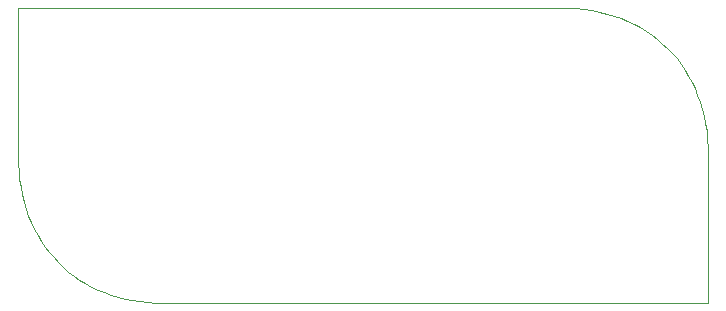
<source format=gbr>
G04 #@! TF.FileFunction,Profile,NP*
%FSLAX46Y46*%
G04 Gerber Fmt 4.6, Leading zero omitted, Abs format (unit mm)*
G04 Created by KiCad (PCBNEW 4.0.5-e0-6337~49~ubuntu14.04.1) date Mon May  1 15:59:53 2017*
%MOMM*%
%LPD*%
G01*
G04 APERTURE LIST*
%ADD10C,0.100000*%
G04 APERTURE END LIST*
D10*
X181489043Y-78198261D02*
X182071640Y-78404927D01*
X142675088Y-102492439D02*
X142009549Y-102449022D01*
X142009549Y-102449022D02*
X141358598Y-102377210D01*
X143354733Y-102507001D02*
X142675088Y-102492439D01*
X131031833Y-77507009D02*
X176930920Y-77507009D01*
X182071640Y-78404927D02*
X182635746Y-78637179D01*
X185606854Y-80542038D02*
X186028918Y-80940409D01*
X186428889Y-81360660D02*
X186806318Y-81802324D01*
X134051961Y-98643540D02*
X133678710Y-98200042D01*
X183180909Y-78894552D02*
X183706683Y-79176585D01*
X186028918Y-80940409D02*
X186428889Y-81360660D01*
X189341498Y-87941247D02*
X189413310Y-88603693D01*
X131260966Y-92675519D02*
X131161452Y-92024052D01*
X188339570Y-84315606D02*
X188572293Y-84876006D01*
X133678710Y-98200042D02*
X133327894Y-97735377D01*
X187160753Y-82264937D02*
X187491749Y-82748034D01*
X188081604Y-83773832D02*
X188339570Y-84315606D01*
X140102438Y-102150213D02*
X139498206Y-101995934D01*
X131387817Y-93310339D02*
X131260966Y-92675519D01*
X180888403Y-78017648D02*
X181489043Y-78198261D01*
X139498206Y-101995934D02*
X138910526Y-101815066D01*
X135759504Y-100196852D02*
X135301418Y-99842530D01*
X133327894Y-97735377D02*
X133000000Y-97250000D01*
X180270176Y-77863549D02*
X180888403Y-78017648D01*
X188779320Y-85454576D02*
X188960205Y-86050849D01*
X176930920Y-77507009D02*
X177630351Y-77521572D01*
X137251706Y-101117463D02*
X136735138Y-100834770D01*
X134863804Y-99465236D02*
X134447154Y-99065423D01*
X178982746Y-77636749D02*
X179634806Y-77736430D01*
X188960205Y-86050849D02*
X189114498Y-86664361D01*
X177630351Y-77521572D02*
X178314444Y-77564975D01*
X138910526Y-101815066D02*
X138339890Y-101608064D01*
X188572293Y-84876006D02*
X188779320Y-85454576D01*
X131089765Y-91356390D02*
X131046390Y-90672983D01*
X186806318Y-81802324D02*
X187160753Y-82264937D01*
X141358598Y-102377210D02*
X140722732Y-102277456D01*
X132695524Y-96744362D02*
X132414953Y-96218912D01*
X178314444Y-77564975D02*
X178982746Y-77636749D01*
X185163150Y-80166002D02*
X185606854Y-80542038D01*
X184698251Y-79812776D02*
X185163150Y-80166002D01*
X189456727Y-89281523D02*
X189471289Y-89974274D01*
X137786785Y-101375380D02*
X137251706Y-101117463D01*
X131161452Y-92024052D02*
X131089765Y-91356390D01*
X138339890Y-101608064D02*
X137786785Y-101375380D01*
X187798849Y-83251154D02*
X188081604Y-83773832D01*
X184212614Y-79482813D02*
X184698251Y-79812776D01*
X131927482Y-95110394D02*
X131721564Y-94528226D01*
X131541515Y-93928058D02*
X131387817Y-93310339D01*
X135301418Y-99842530D02*
X134863804Y-99465236D01*
X136237574Y-100527749D02*
X135759504Y-100196852D01*
X131721564Y-94528226D02*
X131541515Y-93928058D01*
X140722732Y-102277456D02*
X140102438Y-102150213D01*
X182635746Y-78637179D02*
X183180909Y-78894552D01*
X187491749Y-82748034D02*
X187798849Y-83251154D01*
X189114498Y-86664361D02*
X189241744Y-87294648D01*
X189241744Y-87294648D02*
X189341498Y-87941247D01*
X136735138Y-100834770D02*
X136237574Y-100527749D01*
X131046390Y-90672983D02*
X131031827Y-89974286D01*
X132414953Y-96218912D02*
X132158774Y-95674108D01*
X189413310Y-88603693D02*
X189456727Y-89281523D01*
X132158774Y-95674108D02*
X131927482Y-95110394D01*
X131031827Y-89974286D02*
X131031833Y-77507009D01*
X179634806Y-77736430D02*
X180270176Y-77863549D01*
X134447154Y-99065423D02*
X134051961Y-98643540D01*
X189471289Y-102507001D02*
X143354733Y-102507001D01*
X189471289Y-89974274D02*
X189471289Y-102507001D01*
X183706683Y-79176585D02*
X184212614Y-79482813D01*
X133000000Y-97250000D02*
X132695524Y-96744362D01*
M02*

</source>
